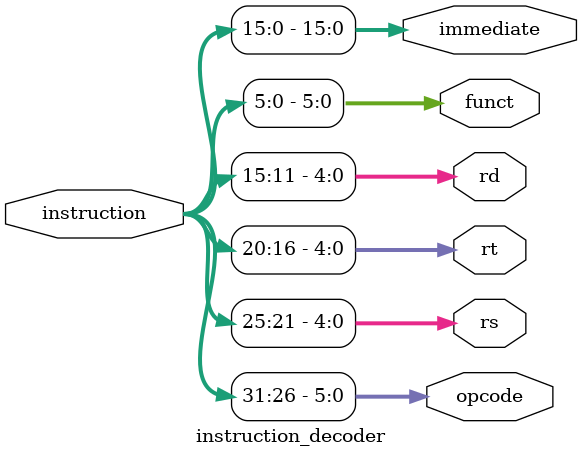
<source format=v>
module instruction_decoder (
    input [31:0] instruction,
    output [5:0] opcode,
    output [4:0] rs,
    output [4:0] rt,
    output [4:0] rd,
    output [5:0] funct,
    output [15:0] immediate
);
    assign opcode = instruction[31:26];
    assign rs = instruction[25:21];
    assign rt = instruction[20:16];
    assign rd = instruction[15:11];
    assign funct = instruction[5:0];
    assign immediate = instruction[15:0];
endmodule
</source>
